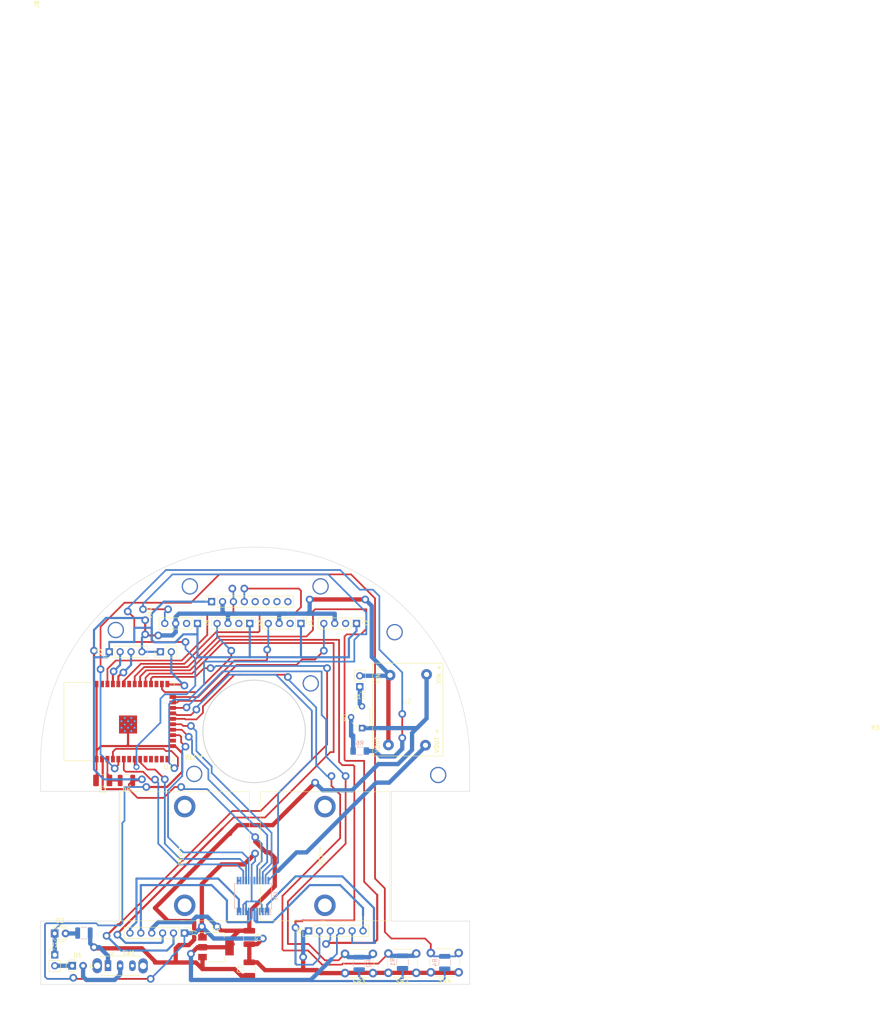
<source format=kicad_pcb>
(kicad_pcb (version 20221018) (generator pcbnew)
  (layers (0 "F.Cu" signal) (31 "B.Cu" signal) (34 "B.Paste" user) (35 "F.Paste" user) (36 "B.SilkS" user "B.Silkscreen") (37 "F.SilkS" user "F.Silkscreen") (38 "B.Mask" user) (39 "F.Mask" user) (44 "Edge.Cuts" user))
  (net 0 "")
  (net 1 "/VIn")
  (net 2 "GND")
  (net 3 "/3.3v")
  (net 4 "Net-(D1-A)")
  (net 5 "Net-(D1-K)")
  (net 6 "/BTN3")
  (net 7 "Net-(D3-A)")
  (net 9 "/SHARP_D")
  (net 11 "/SHARP_I")
  (net 13 "/SHARP_C")
  (net 15 "/CNY70")
  (net 16 "/MA1")
  (net 17 "/MA2")
  (net 18 "/AO1")
  (net 19 "/AO2")
  (net 20 "/MB1")
  (net 21 "/MB2")
  (net 22 "/BO2")
  (net 23 "/BO1")
  (net 24 "/SCL")
  (net 25 "/SDA")
  (net 30 "/BTN1")
  (net 31 "/BTN2")
  (net 33 "/EN")
  (net 34 "/RX")
  (net 35 "/TX")
  (net 37 "Net-(Q1-B)")
  (net 44 "/P0")
  (net 47 "/PWMB")
  (net 48 "/PWMA")
  (net 50 "/Vm")
  (net 51 "/INA2")
  (net 52 "/INA1")
  (net 53 "/INB2")
  (net 54 "/INB1")
  (net 56 "Net-(J11-Pin_1)")
  (net 57 "/Turbina")
  (footprint "Connector_PinHeader_2.54mm:PinHeader_1x04_P2.54mm_Vertical" (layer "F.Cu") (at 188.214 43.434 -90)
    (fp_text reference "J4")
    (fp_text value "Conn_01x04_Male")
  )
  (footprint "RF_Module:ESP32-WROOM-32" (layer "F.Cu") (at 148.799 66.294 90)
    (fp_text reference "U1")
    (fp_text value "ESP32-WROOM-32")
  )
  (footprint "propios:MotorHolder" (layer "F.Cu") (at 150.114 97.602134 90)
    (fp_text reference "REF**")
    (fp_text value "MotorHolder")
  )
  (footprint "Connector_PinHeader_2.54mm:PinHeader_1x02_P2.54mm_Vertical" (layer "F.Cu") (at 201.93 58.166 180)
    (fp_text reference "J11")
    (fp_text value "Conn_01x02_Pin")
  )
  (footprint "" (layer "F.Cu") (at 210.058 45.466)
    (fp_text reference "")
    (fp_text value "")
  )
  (footprint "Package_TO_SOT_THT:TO-92_Wide" (layer "F.Cu") (at 202.446 67.818 90)
    (fp_text reference "Q1")
    (fp_text value "BC547")
  )
  (footprint "Connector_PinHeader_2.54mm:PinHeader_1x06_P2.54mm_Vertical" (layer "F.Cu") (at 161.036 115.57 -90)
    (fp_text reference "J7")
    (fp_text value "Conn_01x06_Female")
  )
  (footprint "" (layer "F.Cu") (at 220.218 78.74)
    (fp_text reference "")
    (fp_text value "")
  )
  (footprint "Connector_PinHeader_2.54mm:PinHeader_1x04_P2.54mm_Vertical" (layer "F.Cu") (at 164.084 43.434 -90)
    (fp_text reference "J5")
    (fp_text value "Conn_01x04_Male")
  )
  (footprint "Button_Switch_THT:SW_Slide_1P2T_CK_OS102011MS2Q" (layer "F.Cu") (at 144.05 123.19)
    (fp_text reference "SW1")
    (fp_text value "SW_DPDT_x2")
  )
  (footprint "propios:Sx1308" (layer "F.Cu") (at 212.905 62.0895)
    (fp_text reference "U2")
    (fp_text value "Mt3608")
  )
  (footprint "" (layer "F.Cu") (at 162.306 34.798)
    (fp_text reference "")
    (fp_text value "")
  )
  (footprint "Capacitor_SMD:C_1210_3225Metric_Pad1.33x2.70mm_HandSolder" (layer "F.Cu") (at 141.986 80.01 180)
    (fp_text reference "C3")
    (fp_text value "1uf")
  )
  (footprint "Button_Switch_THT:SW_PUSH_6mm" (layer "F.Cu") (at 204.9875 124.896 180)
    (fp_text reference "SW3")
    (fp_text value "SW_Push")
  )
  (footprint "MountingHole:MountingHole_3.2mm_M3_DIN965_Pad" (layer "F.Cu") (at 163.322 78.486)
    (fp_text reference "REF**")
    (fp_text value "MountingHole_3.2mm_M3_DIN965_Pad")
  )
  (footprint "Capacitor_SMD:C_1210_3225Metric_Pad1.33x2.70mm_HandSolder" (layer "F.Cu") (at 176.174 123.952 90)
    (fp_text reference "C1")
    (fp_text value "C_Polarized")
  )
  (footprint "Button_Switch_THT:SW_PUSH_6mm" (layer "F.Cu") (at 215.0955 124.8345 180)
    (fp_text reference "SW2")
    (fp_text value "SW_Push")
  )
  (footprint "LED_THT:LED_D3.0mm" (layer "F.Cu") (at 130.7795 115.656)
    (fp_text reference "D3")
    (fp_text value "LED")
  )
  (footprint "Connector_PinHeader_2.54mm:PinHeader_1x02_P2.54mm_Vertical" (layer "F.Cu") (at 130.81 120.65)
    (fp_text reference "J1")
    (fp_text value "Conn_01x02_Male")
  )
  (footprint "Connector_PinHeader_2.54mm:PinHeader_1x06_P2.54mm_Vertical" (layer "F.Cu") (at 189.992 115.062 90)
    (fp_text reference "J6")
    (fp_text value "Conn_01x06_Female")
  )
  (footprint "Package_TO_SOT_SMD:SOT-223-3_TabPin2" (layer "F.Cu") (at 168.402 118.872)
    (fp_text reference "U3")
    (fp_text value "AMS1117-3.3")
  )
  (footprint "Capacitor_SMD:C_1210_3225Metric_Pad1.33x2.70mm_HandSolder" (layer "F.Cu") (at 176.174 116.586 -90)
    (fp_text reference "C2")
    (fp_text value "C_Polarized")
  )
  (footprint "Connector_PinSocket_2.54mm:PinSocket_1x08_P2.54mm_Vertical" (layer "F.Cu") (at 167.386 38.354 90)
    (fp_text reference "J8")
    (fp_text value "Conn_01x08_Female")
  )
  (footprint "Diode_THT:D_A-405_P2.54mm_Vertical_AnodeUp" (layer "F.Cu") (at 134.874 123.19)
    (fp_text reference "D1")
    (fp_text value "type=\"D\" model=\"DIODE\" lib=\"\"")
  )
  (footprint "propios:MotorHolder" (layer "F.Cu") (at 182.812 97.606 90)
    (fp_text reference "REF**")
    (fp_text value "MotorHolder")
  )
  (footprint "" (layer "F.Cu") (at 145.034 44.958)
    (fp_text reference "")
    (fp_text value "")
  )
  (footprint "Button_Switch_THT:SW_PUSH_6mm" (layer "F.Cu") (at 224.992 124.708 180)
    (fp_text reference "SW4")
    (fp_text value "SW_Push")
  )
  (footprint "Connector_PinHeader_2.54mm:PinHeader_1x02_P2.54mm_Vertical" (layer "F.Cu") (at 155.443 50.038 90)
    (fp_text reference "J10")
    (fp_text value "Conn_01x02_Pin")
  )
  (footprint "Connector_PinHeader_2.54mm:PinHeader_1x04_P2.54mm_Vertical" (layer "F.Cu") (at 143.51 50.038 90)
    (fp_text reference "J9")
    (fp_text value "Conn_01x04_Pin")
  )
  (footprint "" (layer "F.Cu") (at 192.786 34.798)
    (fp_text reference "")
    (fp_text value "")
  )
  (footprint "" (layer "F.Cu") (at 190.5 57.404)
    (fp_text reference "")
    (fp_text value "")
  )
  (footprint "Connector_PinHeader_2.54mm:PinHeader_1x04_P2.54mm_Vertical" (layer "F.Cu") (at 176.276 43.434 -90)
    (fp_text reference "J3")
    (fp_text value "Conn_01x04_Male")
  )
  (footprint "Resistor_SMD:R_1210_3225Metric" (layer "F.Cu") (at 147.5125 80.01 180)
    (fp_text reference "R5")
    (fp_text value "10k")
  )
  (footprint "Connector_PinHeader_2.54mm:PinHeader_1x04_P2.54mm_Vertical" (layer "F.Cu") (at 201.168 43.434 -90)
    (fp_text reference "J2")
    (fp_text value "Conn_01x04_Male")
  )
  (footprint "Resistor_SMD:R_1210_3225Metric" (layer "B.Cu") (at 137.6065 115.57)
    (fp_text reference "R3")
    (fp_text value "R")
  )
  (footprint "Resistor_SMD:R_1206_3216Metric_Pad1.30x1.75mm_HandSolder" (layer "B.Cu") (at 201.93 73.152 180)
    (fp_text reference "R6")
    (fp_text value "4.7k")
  )
  (footprint "Resistor_SMD:R_1210_3225Metric" (layer "B.Cu") (at 211.8975 122.3305 -90)
    (fp_text reference "R1")
    (fp_text value "R")
  )
  (footprint "Resistor_SMD:R_1210_3225Metric" (layer "B.Cu") (at 221.742 122.458 -90)
    (fp_text reference "R4")
    (fp_text value "R")
  )
  (footprint "Package_SO:SSOP-24_5.3x8.2mm_P0.65mm" (layer "B.Cu") (at 177.038 106.934 90)
    (fp_text reference "U4")
    (fp_text value "TB6612FNG")
  )
  (footprint "Resistor_SMD:R_1210_3225Metric" (layer "B.Cu") (at 201.7895 122.646 90)
    (fp_text reference "R2")
    (fp_text value "R")
  )
  (gr_circle (center 177.292 68.58) (end 189.236078 68.58) (stroke (width 0.2)) (fill none) (layer "Edge.Cuts"))
  (gr_arc (start 127.508 75.693134) (mid 177.546 25.655134) (end 227.584 75.693134) (stroke (width 0.1)) (layer "Edge.Cuts"))
  (gr_line (start 145.796 82.55) (end 127.508 82.55) (stroke (width 0.1)) (layer "Edge.Cuts"))
  (gr_line (start 227.584 82.55) (end 209.296 82.55) (stroke (width 0.1)) (layer "Edge.Cuts"))
  (gr_line (start 127.508 112.776) (end 145.796 112.776) (stroke (width 0.1)) (layer "Edge.Cuts"))
  (gr_line (start 209.296 82.55) (end 209.296 112.776) (stroke (width 0.1)) (layer "Edge.Cuts"))
  (gr_line (start 127.508 82.55) (end 127.508 75.693134) (stroke (width 0.1)) (layer "Edge.Cuts"))
  (gr_line (start 127.508 127.508) (end 227.584 127.508) (stroke (width 0.1)) (layer "Edge.Cuts"))
  (gr_line (start 227.584 82.55) (end 227.584 75.693134) (stroke (width 0.1)) (layer "Edge.Cuts"))
  (gr_line (start 127.508 112.776) (end 127.508 127.508) (stroke (width 0.1)) (layer "Edge.Cuts"))
  (gr_line (start 145.796 112.776) (end 145.796 82.55) (stroke (width 0.1)) (layer "Edge.Cuts"))
  (gr_line (start 227.584 127.508) (end 227.584 112.776) (stroke (width 0.1)) (layer "Edge.Cuts"))
  (gr_line (start 209.296 112.776) (end 227.584 112.776) (stroke (width 0.1)) (layer "Edge.Cuts"))
  (segment (start 159.766 118.364) (end 162.052 118.364) (width 1) (layer "F.Cu") (net 1))
  (segment (start 165.252 123.952) (end 172.72 123.952) (width 1) (layer "F.Cu") (net 1))
  (segment (start 163.322 113.03) (end 163.068 112.776) (width 1) (layer "F.Cu") (net 1))
  (segment (start 159.004 122.428) (end 163.728 122.428) (width 1) (layer "F.Cu") (net 1))
  (segment (start 139.954 118.872) (end 140.208 119.126) (width 1) (layer "F.Cu") (net 1))
  (segment (start 154.178 122.428) (end 159.004 122.428) (width 1) (layer "F.Cu") (net 1))
  (segment (start 163.728 122.428) (end 165.252 123.952) (width 1) (layer "F.Cu") (net 1))
  (segment (start 163.322 117.094) (end 163.322 113.03) (width 1) (layer "F.Cu") (net 1))
  (segment (start 171.45 92.456) (end 171.704 92.456) (width 1) (layer "F.Cu") (net 1))
  (segment (start 162.052 118.364) (end 163.322 117.094) (width 1) (layer "F.Cu") (net 1))
  (segment (start 173.482 90.424) (end 171.45 92.456) (width 1) (layer "F.Cu") (net 1))
  (segment (start 176.174 125.5145) (end 174.2825 125.5145) (width 1) (layer "F.Cu") (net 1))
  (segment (start 154.178 122.174) (end 154.178 122.428) (width 1) (layer "F.Cu") (net 1))
  (segment (start 157.226 112.776) (end 154.178 109.728) (width 1) (layer "F.Cu") (net 1))
  (segment (start 163.068 112.776) (end 157.226 112.776) (width 1) (layer "F.Cu") (net 1))
  (segment (start 154.178 109.728) (end 171.45 92.456) (width 1) (layer "F.Cu") (net 1))
  (segment (start 165.252 123.952) (end 165.252 121.172) (width 1) (layer "F.Cu") (net 1))
  (segment (start 174.2825 125.5145) (end 172.72 123.952) (width 1) (layer "F.Cu") (net 1))
  (segment (start 159.004 122.428) (end 159.004 119.126) (width 1) (layer "F.Cu") (net 1))
  (segment (start 181.61 90.424) (end 173.482 90.424) (width 1) (layer "F.Cu") (net 1))
  (segment (start 159.004 119.126) (end 159.766 118.364) (width 1) (layer "F.Cu") (net 1))
  (segment (start 140.208 119.126) (end 151.13 119.126) (width 1) (layer "F.Cu") (net 1))
  (segment (start 191.516 80.518) (end 181.61 90.424) (width 1) (layer "F.Cu") (net 1))
  (segment (start 151.13 119.126) (end 154.178 122.174) (width 1) (layer "F.Cu") (net 1))
  (via (at 139.954 118.872) (size 1.8) (drill 1) (layers "F.Cu" "B.Cu") (net 1))
  (via (at 191.516 80.518) (size 1.8) (drill 1) (layers "F.Cu" "B.Cu") (net 1))
  (segment (start 210.82 76.2) (end 214.122 72.898) (width 1) (layer "B.Cu") (net 1))
  (segment (start 215.245 67.838) (end 215.8365 67.2465) (width 1) (layer "B.Cu") (net 1))
  (segment (start 215.265 67.818) (end 215.8365 67.2465) (width 1) (layer "B.Cu") (net 1))
  (segment (start 200.152 82.296) (end 206.248 76.2) (width 1) (layer "B.Cu") (net 1))
  (segment (start 215.8365 67.2465) (end 216.7255 66.3575) (width 1) (layer "B.Cu") (net 1))
  (segment (start 216.7255 66.3575) (end 217.507 65.576) (width 1) (layer "B.Cu") (net 1))
  (segment (start 214.122 68.961) (end 216.7255 66.3575) (width 1) (layer "B.Cu") (net 1))
  (segment (start 143.21 123.17) (end 143.21 120.858) (width 1) (layer "B.Cu") (net 1))
  (segment (start 139.069 117.987) (end 139.069 115.57) (width 1) (layer "B.Cu") (net 1))
  (segment (start 141.224 118.872) (end 139.954 118.872) (width 1) (layer "B.Cu") (net 1))
  (segment (start 214.122 72.898) (end 214.122 68.961) (width 1) (layer "B.Cu") (net 1))
  (segment (start 202.446 67.818) (end 215.265 67.818) (width 1) (layer "B.Cu") (net 1))
  (segment (start 206.248 76.2) (end 210.82 76.2) (width 1) (layer "B.Cu") (net 1))
  (segment (start 193.294 82.296) (end 200.152 82.296) (width 1) (layer "B.Cu") (net 1))
  (segment (start 191.516 80.518) (end 193.294 82.296) (width 1) (layer "B.Cu") (net 1))
  (segment (start 139.954 118.872) (end 139.069 117.987) (width 1) (layer "B.Cu") (net 1))
  (segment (start 143.21 120.858) (end 141.224 118.872) (width 1) (layer "B.Cu") (net 1))
  (segment (start 217.507 65.576) (end 217.507 55.3195) (width 1) (layer "B.Cu") (net 1))
  (segment (start 158.309 72.004) (end 147.574 72.004) (width 0.5) (layer "F.Cu") (net 2))
  (segment (start 174.976114 99.568) (end 169.672 99.568) (width 1) (layer "F.Cu") (net 2))
  (segment (start 140.549 73.406) (end 140.549 75.044) (width 0.5) (layer "F.Cu") (net 2))
  (segment (start 203.2 37.846) (end 190.246 37.846) (width 1) (layer "F.Cu") (net 2))
  (segment (start 139.954 49.784) (end 139.954 56.949) (width 0.5) (layer "F.Cu") (net 2))
  (segment (start 179.832 124.206) (end 192.024 124.206) (width 1) (layer "F.Cu") (net 2))
  (segment (start 140.549 79.8845) (end 140.549 75.044) (width 0.4) (layer "F.Cu") (net 2))
  (segment (start 165.1 104.14) (end 165.1 114.046) (width 1) (layer "F.Cu") (net 2))
  (segment (start 208.607 71.7395) (end 208.607 55.8795) (width 1) (layer "F.Cu") (net 2))
  (segment (start 140.549 73.065) (end 140.549 73.406) (width 0.5) (layer "F.Cu") (net 2))
  (segment (start 147.889 71.689) (end 147.889 68.499) (width 0.5) (layer "F.Cu") (net 2))
  (segment (start 147.574 72.004) (end 147.889 71.689) (width 0.5) (layer "F.Cu") (net 2))
  (segment (start 152.146 81.534) (end 156.972 81.534) (width 0.5) (layer "F.Cu") (net 2))
  (segment (start 188.722 121.158) (end 188.722 124.206) (width 1) (layer "F.Cu") (net 2))
  (segment (start 208.607 55.8795) (end 208.987 55.4995) (width 1) (layer "F.Cu") (net 2))
  (segment (start 215.0955 124.8345) (end 198.549 124.8345) (width 1) (layer "F.Cu") (net 2))
  (segment (start 177.516114 97.028) (end 174.976114 99.568) (width 1) (layer "F.Cu") (net 2))
  (segment (start 151.892 45.974) (end 152.146 46.228) (width 0.5) (layer "F.Cu") (net 2))
  (segment (start 176.174 122.3895) (end 176.174 120.396) (width 1) (layer "F.Cu") (net 2))
  (segment (start 165.1 116.42) (end 165.252 116.572) (width 1) (layer "F.Cu") (net 2))
  (segment (start 169.672 99.568) (end 165.1 104.14) (width 1) (layer "F.Cu") (net 2))
  (segment (start 135.382 126.238) (end 135.128 125.984) (width 0.4) (layer "F.Cu") (net 2))
  (segment (start 153.162 126.238) (end 135.382 126.238) (width 0.4) (layer "F.Cu") (net 2))
  (segment (start 140.4235 80.01) (end 140.549 79.8845) (width 0.4) (layer "F.Cu") (net 2))
  (segment (start 160.528 77.978) (end 160.528 73.66) (width 0.5) (layer "F.Cu") (net 2))
  (segment (start 215.0955 124.8345) (end 224.8655 124.8345) (width 1) (layer "F.Cu") (net 2))
  (segment (start 192.714 124.896) (end 192.024 124.206) (width 1) (layer "F.Cu") (net 2))
  (segment (start 188.722 124.206) (end 192.024 124.206) (width 1) (layer "F.Cu") (net 2))
  (segment (start 154.94 46.228) (end 153.416 46.228) (width 0.5) (layer "F.Cu") (net 2))
  (segment (start 156.972 81.534) (end 160.528 77.978) (width 0.5) (layer "F.Cu") (net 2))
  (segment (start 176.174 118.1485) (end 178.0155 118.1485) (width 1) (layer "F.Cu") (net 2))
  (segment (start 224.8655 124.8345) (end 224.992 124.708) (width 1) (layer "F.Cu") (net 2))
  (segment (start 140.549 57.544) (end 140.549 73.406) (width 0.5) (layer "F.Cu") (net 2))
  (segment (start 178.0155 118.1485) (end 179.324 116.84) (width 1) (layer "F.Cu") (net 2))
  (segment (start 147.574 72.004) (end 141.61 72.004) (width 0.5) (layer "F.Cu") (net 2))
  (segment (start 140.4235 79.502) (end 140.549 79.3765) (width 0.4) (layer "F.Cu") (net 2))
  (segment (start 198.549 124.8345) (end 198.4875 124.896) (width 1) (layer "F.Cu") (net 2))
  (segment (start 158.872 72.004) (end 158.309 72.004) (width 0.5) (layer "F.Cu") (net 2))
  (segment (start 160.528 73.66) (end 158.872 72.004) (width 0.5) (layer "F.Cu") (net 2))
  (segment (start 151.892 42.672) (end 151.892 45.974) (width 0.5) (layer "F.Cu") (net 2))
  (segment (start 152.146 46.228) (end 153.67 46.228) (width 0.5) (layer "F.Cu") (net 2))
  (segment (start 165.1 114.046) (end 165.1 116.42) (width 1) (layer "F.Cu") (net 2))
  (segment (start 198.4875 124.896) (end 192.714 124.896) (width 1) (layer "F.Cu") (net 2))
  (segment (start 140.549 78.8685) (end 140.4235 78.994) (width 0.5) (layer "F.Cu") (net 2))
  (segment (start 139.954 56.949) (end 140.549 57.544) (width 0.5) (layer "F.Cu") (net 2))
  (segment (start 178.0155 122.3895) (end 179.832 124.206) (width 1) (layer "F.Cu") (net 2))
  (segment (start 176.174 122.3895) (end 178.0155 122.3895) (width 1) (layer "F.Cu") (net 2))
  (segment (start 141.61 72.004) (end 140.549 73.065) (width 0.5) (layer "F.Cu") (net 2))
  (segment (start 176.174 120.396) (end 176.174 118.1485) (width 1) (layer "F.Cu") (net 2))
  (via (at 203.2 37.846) (size 1.8) (drill 1) (layers "F.Cu" "B.Cu") (net 2))
  (via (at 151.892 45.974) (size 1.8) (drill 1) (layers "F.Cu" "B.Cu") (net 2))
  (via (at 190.246 37.846) (size 1.8) (drill 1) (layers "F.Cu" "B.Cu") (net 2))
  (via (at 139.954 49.784) (size 1.8) (drill 1) (layers "F.Cu" "B.Cu") (net 2))
  (via (at 177.516114 97.028) (size 1.8) (drill 1) (layers "F.Cu" "B.Cu") (net 2))
  (via (at 154.94 46.228) (size 1.8) (drill 1) (layers "F.Cu" "B.Cu") (net 2))
  (via (at 165.1 114.046) (size 1.8) (drill 1) (layers "F.Cu" "B.Cu") (net 2))
  (via (at 152.146 81.534) (size 1.8) (drill 1) (layers "F.Cu" "B.Cu") (net 2))
  (via (at 188.722 121.158) (size 1.8) (drill 1) (layers "F.Cu" "B.Cu") (net 2))
  (via (at 153.162 126.238) (size 1.8) (drill 1) (layers "F.Cu" "B.Cu") (net 2))
  (via (at 151.892 42.672) (size 1.8) (drill 1) (layers "F.Cu" "B.Cu") (net 2))
  (via (at 135.128 125.984) (size 1.8) (drill 1) (layers "F.Cu" "B.Cu") (net 2))
  (via (at 179.324 116.84) (size 1.8) (drill 1) (layers "F.Cu" "B.Cu") (net 2))
  (segment (start 184.658 41.148) (end 172.974 41.148) (width 1) (layer "B.Cu") (net 2))
  (segment (start 174.763 108.955) (end 174.763 110.534) (width 0.4) (layer "B.Cu") (net 2))
  (segment (start 128.524 113.538) (end 128.524 125.73) (width 0.4) (layer "B.Cu") (net 2))
  (segment (start 176.713 99.639) (end 176.713 103.334) (width 0.4) (layer "B.Cu") (net 2))
  (segment (start 169.926 40.64) (end 169.926 38.354) (width 1) (layer "B.Cu") (net 2))
  (segment (start 139.954 44.958) (end 139.954 49.784) (width 0.5) (layer "B.Cu") (net 2))
  (segment (start 154.94 46.228) (end 158.242 46.228) (width 1) (layer "B.Cu") (net 2))
  (segment (start 147.066 89.408) (end 146.558 89.916) (width 0.4) (layer "B.Cu") (net 2))
  (segment (start 161.036 115.57) (end 163.576 115.57) (width 1) (layer "B.Cu") (net 2))
  (segment (start 130.81 115.6865) (end 130.7795 115.656) (width 1) (layer "B.Cu") (net 2))
  (segment (start 157.988 121.158) (end 161.036 118.11) (width 0.4) (layer "B.Cu") (net 2))
  (segment (start 176.53 108.204) (end 175.514 108.204) (width 0.4) (layer "B.Cu") (net 2))
  (segment (start 129.032 126.238) (end 134.874 126.238) (width 0.4) (layer "B.Cu") (net 2))
  (segment (start 179.07 110.534) (end 179.07 108.966) (width 0.4) (layer "B.Cu") (net 2))
  (segment (start 146.05 113.792) (end 140.97 113.792) (width 0.4) (layer "B.Cu") (net 2))
  (segment (start 190.754 41.148) (end 184.658 41.148) (width 1) (layer "B.Cu") (net 2))
  (segment (start 151.13 50.038) (end 151.13 46.736) (width 0.5) (layer "B.Cu") (net 2))
  (segment (start 190.754 41.148) (end 196.088 41.148) (width 1) (layer "B.Cu") (net 2))
  (segment (start 188.722 121.158) (end 188.722 115.316) (width 1) (layer "B.Cu") (net 2))
  (segment (start 175.26 108.458) (end 174.763 108.955) (width 0.4) (layer "B.Cu") (net 2))
  (segment (start 163.576 115.57) (end 165.1 114.046) (width 1) (layer "B.Cu") (net 2))
  (segment (start 190.246 37.846) (end 190.246 40.64) (width 1) (layer "B.Cu") (net 2))
  (segment (start 189.738 41.148) (end 190.754 41.148) (width 1) (layer "B.Cu") (net 2))
  (segment (start 190.246 40.64) (end 189.738 41.148) (width 1) (layer "B.Cu") (net 2))
  (segment (start 179.07 108.966) (end 178.308 108.204) (width 0.4) (layer "B.Cu") (net 2))
  (segment (start 151.384 42.164) (end 142.748 42.164) (width 0.5) (layer "B.Cu") (net 2))
  (segment (start 203.2 37.846) (end 204.724 39.37) (width 1) (layer "B.Cu") (net 2))
  (segment (start 152.146 81.534) (end 147.066 81.534) (width 0.4) (layer "B.Cu") (net 2))
  (segment (start 178.308 108.204) (end 176.53 108.204) (width 0.4) (layer "B.Cu") (net 2))
  (segment (start 153.162 126.238) (end 157.988 121.412) (width 0.4) (layer "B.Cu") (net 2))
  (segment (start 183.134 41.148) (end 183.134 40.894) (width 0.5) (layer "B.Cu") (net 2))
  (segment (start 208.8605 55.626) (end 208.987 55.4995) (width 1) (layer "B.Cu") (net 2))
  (segment (start 128.778 113.284) (end 128.524 113.538) (width 0.4) (layer "B.Cu") (net 2))
  (segment (start 170.434 41.148) (end 169.926 40.64) (width 1) (layer "B.Cu") (net 2))
  (segment (start 158.242 46.228) (end 159.004 45.466) (width 1) (layer "B.Cu") (net 2))
  (segment (start 189.738 115.316) (end 189.992 115.062) (width 1) (layer "B.Cu") (net 2))
  (segment (start 172.974 41.148) (end 159.766 41.148) (width 1) (layer "B.Cu") (net 2))
  (segment (start 175.413 108.611) (end 175.26 108.458) (width 0.4) (layer "B.Cu") (net 2))
  (segment (start 159.766 41.148) (end 159.004 41.91) (width 1) (layer "B.Cu") (net 2))
  (segment (start 175.514 108.204) (end 175.26 108.458) (width 0.4) (layer "B.Cu") (net 2))
  (segment (start 188.722 115.316) (end 189.738 115.316) (width 1) (layer "B.Cu") (net 2))
  (segment (start 147.066 81.534) (end 147.066 89.408) (width 0.4) (layer "B.Cu") (net 2))
  (segment (start 128.524 125.73) (end 129.032 126.238) (width 0.4) (layer "B.Cu") (net 2))
  (segment (start 157.988 121.412) (end 157.988 121.158) (width 0.4) (layer "B.Cu") (net 2))
  (segment (start 171.958 41.148) (end 170.434 41.148) (width 1) (layer "B.Cu") (net 2))
  (segment (start 134.62 113.284) (end 132.334 113.284) (width 0.4) (layer "B.Cu") (net 2))
  (segment (start 151.892 42.672) (end 151.384 42.164) (width 0.5) (layer "B.Cu") (net 2))
  (segment (start 176.713 108.021) (end 176.53 108.204) (width 0.4) (layer "B.Cu") (net 2))
  (segment (start 167.894 116.84) (end 165.1 114.046) (width 1) (layer "B.Cu") (net 2))
  (segment (start 159.004 41.91) (end 159.004 43.434) (width 1) (layer "B.Cu") (net 2))
  (segment (start 183.134 43.434) (end 183.134 41.148) (width 1) (layer "B.Cu") (net 2))
  (segment (start 159.004 45.466) (end 159.004 43.434) (width 1) (layer "B.Cu") (net 2))
  (segment (start 146.558 89.916) (end 146.558 113.284) (width 0.4) (layer "B.Cu") (net 2))
  (segment (start 179.313 110.534) (end 179.07 110.534) (width 0.4) (layer "B.Cu") (net 2))
  (segment (start 146.558 113.284) (end 146.05 113.792) (width 0.4) (layer "B.Cu") (net 2))
  (segment (start 171.45 41.148) (end 171.196 41.402) (width 1) (layer "B.Cu") (net 2))
  (segment (start 204.724 39.37) (end 204.724 51.2365) (width 1) (layer "B.Cu") (net 2))
  (segment (start 155.443 50.038) (end 151.13 50.038) (width 0.5) (layer "B.Cu") (net 2))
  (segment (start 134.62 113.284) (end 128.778 113.284) (width 0.4) (layer "B.Cu") (net 2))
  (segment (start 130.81 120.65) (end 130.81 115.6865) (width 1) (layer "B.Cu") (net 2))
  (segment (start 179.07 110.534) (end 178.663 110.534) (width 0.4) (layer "B.Cu") (net 2))
  (segment (start 196.088 41.148) (end 196.088 43.434) (width 1) (layer "B.Cu") (net 2))
  (segment (start 140.97 113.792) (end 140.462 113.284) (width 0.4) (layer "B.Cu") (net 2))
  (segment (start 132.334 113.284) (end 130.7795 114.8385) (width 0.4) (layer "B.Cu") (net 2))
  (segment (start 134.874 126.238) (end 135.128 125.984) (width 0.4) (layer "B.Cu") (net 2))
  (segment (start 175.413 110.534) (end 175.413 108.611) (width 0.4) (layer "B.Cu") (net 2))
  (segment (start 151.13 46.736) (end 151.892 45.974) (width 0.5) (layer "B.Cu") (net 2))
  (segment (start 172.974 41.148) (end 171.958 41.148) (width 1) (layer "B.Cu") (net 2))
  (segment (start 177.516114 97.028) (end 177.546 97.057886) (width 0.4) (layer "B.Cu") (net 2))
  (segment (start 201.93 55.626) (end 208.8605 55.626) (width 1) (layer "B.Cu") (net 2))
  (segment (start 171.958 41.148) (end 171.45 41.148) (width 1) (layer "B.Cu") (net 2))
  (segment (start 177.546 98.806) (end 176.713 99.639) (width 0.4) (layer "B.Cu") (net 2))
  (segment (start 171.196 41.402) (end 171.196 43.434) (width 1) (layer "B.Cu") (net 2))
  (segment (start 161.036 118.11) (end 161.036 115.57) (width 0.4) (layer "B.Cu") (net 2))
  (segment (start 130.7795 114.8385) (end 130.7795 115.656) (width 0.4) (layer "B.Cu") (net 2))
  (segment (start 204.724 51.2365) (end 208.987 55.4995) (width 1) (layer "B.Cu") (net 2))
  (segment (start 142.748 42.164) (end 139.954 44.958) (width 0.5) (layer "B.Cu") (net 2))
  (segment (start 177.546 97.057886) (end 177.546 98.806) (width 0.4) (layer "B.Cu") (net 2))
  (segment (start 140.462 113.284) (end 134.62 113.284) (width 0.4) (layer "B.Cu") (net 2))
  (segment (start 184.658 41.148) (end 183.134 41.148) (width 1) (layer "B.Cu") (net 2))
  (segment (start 176.713 103.334) (end 176.713 108.021) (width 0.4) (layer "B.Cu") (net 2))
  (segment (start 179.324 116.84) (end 167.894 116.84) (width 1) (layer "B.Cu") (net 2))
  (segment (start 156.21 84.074) (end 150.114 84.074) (width 0.4) (layer "F.Cu") (net 3))
  (segment (start 173.7745 115.0235) (end 176.174 115.0235) (width 1) (layer "F.Cu") (net 3))
  (segment (start 148.082 80.903) (end 148.975 80.01) (width 0.4) (layer "F.Cu") (net 3))
  (segment (start 141.986 75.211) (end 141.819 75.044) (width 0.5) (layer "F.Cu") (net 3))
  (segment (start 171.552 118.872) (end 171.552 117.246) (width 1) (layer "F.Cu") (net 3))
  (segment (start 169.6335 115.0235) (end 168.656 114.046) (width 1) (layer "F.Cu") (net 3))
  (segment (start 166.37 118.872) (end 171.552 118.872) (width 1) (layer "F.Cu") (net 3))
  (segment (start 166.37 118.872) (end 164.084 118.872) (width 1) (layer "F.Cu") (net 3))
  (segment (start 148.082 82.042) (end 141.986 82.042) (width 0.5) (layer "F.Cu") (net 3))
  (segment (start 150.114 84.074) (end 148.082 82.042) (width 0.4) (layer "F.Cu") (net 3))
  (segment (start 182.118 104.648) (end 176.174 110.592) (width 1) (layer "F.Cu") (net 3))
  (segment (start 149.229 79.756) (end 148.975 79.502) (width 0.5) (layer "F.Cu") (net 3))
  (segment (start 176.174 110.592) (end 176.174 115.0235) (width 1) (layer "F.Cu") (net 3))
  (segment (start 176.174 115.0235) (end 169.6335 115.0235) (width 1) (layer "F.Cu") (net 3))
  (segment (start 148.082 82.042) (end 148.082 80.903) (width 0.4) (layer "F.Cu") (net 3))
  (segment (start 177.546 94.234) (end 180.086 96.774) (width 1) (layer "F.Cu") (net 3))
  (segment (start 165.252 118.872) (end 166.37 118.872) (width 1) (layer "F.Cu") (net 3))
  (segment (start 158.75 81.534) (end 156.21 84.074) (width 0.4) (layer "F.Cu") (net 3))
  (segment (start 164.084 118.872) (end 162.56 120.396) (width 1) (layer "F.Cu") (net 3))
  (segment (start 150.876 80.01) (end 151.13 79.756) (width 0.4) (layer "F.Cu") (net 3))
  (segment (start 160.274 81.534) (end 158.75 81.534) (width 0.4) (layer "F.Cu") (net 3))
  (segment (start 171.552 117.246) (end 173.7745 115.0235) (width 1) (layer "F.Cu") (net 3))
  (segment (start 180.848 96.774) (end 182.118 98.044) (width 1) (layer "F.Cu") (net 3))
  (segment (start 177.546 93.218) (end 177.546 94.234) (width 0.4) (layer "F.Cu") (net 3))
  (segment (start 141.986 82.042) (end 141.986 75.211) (width 0.5) (layer "F.Cu") (net 3))
  (segment (start 148.975 80.01) (end 150.876 80.01) (width 0.4) (layer "F.Cu") (net 3))
  (segment (start 172.2755 118.1485) (end 171.552 118.872) (width 1) (layer "F.Cu") (net 3))
  (segment (start 180.086 96.774) (end 180.848 96.774) (width 1) (layer "F.Cu") (net 3))
  (segment (start 182.118 98.044) (end 182.118 104.648) (width 1) (layer "F.Cu") (net 3))
  (via (at 168.656 114.046) (size 1.8) (drill 1) (layers "F.Cu" "B.Cu") (net 3))
  (via (at 162.56 120.396) (size 1.8) (drill 1) (layers "F.Cu" "B.Cu") (net 3))
  (via (at 151.13 79.756) (size 1.8) (drill 1) (layers "F.Cu" "B.Cu") (net 3))
  (via (at 160.274 81.534) (size 1.8) (drill 1) (layers "F.Cu" "B.Cu") (net 3))
  (via (at 177.546 93.218) (size 1.8) (drill 1) (layers "F.Cu" "B.Cu") (net 3))
  (segment (start 179.07 94.742) (end 179.07 98.806) (width 0.4) (layer "B.Cu") (net 3))
  (segment (start 153.416 47.244) (end 153.416 44.45) (width 0.5) (layer "B.Cu") (net 3))
  (segment (start 197.612 115.062) (end 196.596 116.078) (width 0.4) (layer "B.Cu") (net 3))
  (segment (start 201.168 45.212) (end 199.39 46.99) (width 0.5) (layer "B.Cu") (net 3))
  (segment (start 202.8055 126.746) (end 209.042 126.746) (width 0.5) (layer "B.Cu") (net 3))
  (segment (start 188.214 43.434) (end 188.214 50.038) (width 0.5) (layer "B.Cu") (net 3))
  (segment (start 195.326 121.666) (end 190.5 126.492) (width 1) (layer "B.Cu") (net 3))
  (segment (start 188.214 51.308) (end 176.276 51.308) (width 0.5) (layer "B.Cu") (net 3))
  (segment (start 160.782 45.974) (end 164.084 45.974) (width 0.5) (layer "B.Cu") (net 3))
  (segment (start 158.924 47.832) (end 160.782 45.974) (width 0.5) (layer "B.Cu") (net 3))
  (segment (start 221.742 126.238) (end 221.234 126.746) (width 0.4) (layer "B.Cu") (net 3))
  (segment (start 209.042 126.746) (end 210.9335 126.746) (width 0.5) (layer "B.Cu") (net 3))
  (segment (start 156.21 38.354) (end 153.416 41.148) (width 0.5) (layer "B.Cu") (net 3))
  (segment (start 163.83 111.76) (end 162.56 113.03) (width 1) (layer "B.Cu") (net 3))
  (segment (start 221.234 126.746) (end 209.042 126.746) (width 0.4) (layer "B.Cu") (net 3))
  (segment (start 176.276 51.308) (end 176.276 49.022) (width 0.5) (layer "B.Cu") (net 3))
  (segment (start 196.596 116.078) (end 196.596 120.396) (width 0.4) (layer "B.Cu") (net 3))
  (segment (start 151.13 79.756) (end 142.24 79.756) (width 0.5) (layer "B.Cu") (net 3))
  (segment (start 164.084 51.054) (end 164.084 44.704) (width 0.5) (layer "B.Cu") (net 3))
  (segment (start 149.352 44.45) (end 149.352 47.752) (width 0.5) (layer "B.Cu") (net 3))
  (segment (start 211.9495 125.984) (end 211.9495 123.845) (width 0.5) (layer "B.Cu") (net 3))
  (segment (start 153.416 47.244) (end 154.004 47.832) (width 0.5) (layer "B.Cu") (net 3))
  (segment (start 160.274 81.534) (end 160.782 82.042) (width 0.4) (layer "B.Cu") (net 3))
  (segment (start 178.013 99.863) (end 178.013 103.334) (width 0.4) (layer "B.Cu") (net 3))
  (segment (start 143.002 51.308) (end 143.51 50.8) (width 0.5) (layer "B.Cu") (net 3))
  (segment (start 176.276 49.022) (end 176.276 43.434) (width 0.5) (layer "B.Cu") (net 3))
  (segment (start 211.6955 125.984) (end 211.9495 125.984) (width 0.5) (layer "B.Cu") (net 3))
  (segment (start 188.214 50.038) (end 188.214 51.308) (width 0.5) (layer "B.Cu") (net 3))
  (segment (start 167.386 38.354) (end 156.21 38.354) (width 0.5) (layer "B.Cu") (net 3))
  (segment (start 143.51 50.038) (end 143.51 47.752) (width 0.4) (layer "B.Cu") (net 3))
  (segment (start 190.754 126.746) (end 190.5 126.492) (width 0.5) (layer "B.Cu") (net 3))
  (segment (start 154.004 47.832) (end 158.924 47.832) (width 0.5) (layer "B.Cu") (net 3))
  (segment (start 153.416 114.554) (end 153.416 115.57) (width 1) (layer "B.Cu") (net 3))
  (segment (start 162.56 113.03) (end 154.94 113.03) (width 1) (layer "B.Cu") (net 3))
  (segment (start 176.276 51.308) (end 164.338 51.308) (width 0.5) (layer "B.Cu") (net 3))
  (segment (start 202.8055 126.746) (end 190.754 126.746) (width 0.5) (layer "B.Cu") (net 3))
  (segment (start 177.546 93.218) (end 179.07 94.742) (width 0.4) (layer "B.Cu") (net 3))
  (segment (start 139.954 77.47) (end 139.954 51.308) (width 0.5) (layer "B.Cu") (net 3))
  (segment (start 179.07 98.806) (end 178.013 99.863) (width 0.4) (layer "B.Cu") (net 3))
  (segment (start 168.656 114.046) (end 166.37 111.76) (width 1) (layer "B.Cu") (net 3))
  (segment (start 201.7895 125.73) (end 202.8055 126.746) (width 0.5) (layer "B.Cu") (net 3))
  (segment (start 149.352 47.752) (end 143.51 47.752) (width 0.5) (layer "B.Cu") (net 3))
  (segment (start 164.084 45.974) (end 164.084 44.704) (width 0.5) (layer "B.Cu") (net 3))
  (segment (start 164.084 44.704) (end 164.084 43.434) (width 0.5) (layer "B.Cu") (net 3))
  (segment (start 153.416 41.148) (end 153.416 47.244) (width 0.5) (layer "B.Cu") (net 3))
  (segment (start 196.596 120.396) (end 195.326 121.666) (width 0.4) (layer "B.Cu") (net 3))
  (segment (start 201.168 43.434) (end 201.168 45.212) (width 0.5) (layer "B.Cu") (net 3))
  (segment (start 154.94 113.03) (end 153.416 114.554) (width 1) (layer "B.Cu") (net 3))
  (segment (start 221.742 123.9205) (end 221.742 126.238) (width 0.4) (layer "B.Cu") (net 3))
  (segment (start 139.954 51.308) (end 143.002 51.308) (width 0.5) (layer "B.Cu") (net 3))
  (segment (start 164.338 51.308) (end 164.084 51.054) (width 0.5) (layer "B.Cu") (net 3))
  (segment (start 210.9335 126.746) (end 211.6955 125.984) (width 0.5) (layer "B.Cu") (net 3))
  (segment (start 162.56 120.396) (end 162.56 126.492) (width 1) (layer "B.Cu") (net 3))
  (segment (start 201.7895 124.1085) (end 201.7895 125.73) (width 0.5) (layer "B.Cu") (net 3))
  (segment (start 162.56 126.492) (end 190.5 126.492) (width 1) (layer "B.Cu") (net 3))
  (segment (start 153.416 44.45) (end 149.352 44.45) (width 0.5) (layer "B.Cu") (net 3))
  (segment (start 166.37 82.042) (end 177.546 93.218) (width 0.4) (layer "B.Cu") (net 3))
  (segment (start 142.24 79.756) (end 139.954 77.47) (width 0.5) (layer "B.Cu") (net 3))
  (segment (start 211.9495 123.845) (end 211.8975 123.793) (width 0.5) (layer "B.Cu") (net 3))
  (segment (start 160.782 82.042) (end 166.37 82.042) (width 0.4) (layer "B.Cu") (net 3))
  (segment (start 166.37 111.76) (end 163.83 111.76) (width 1) (layer "B.Cu") (net 3))
  (segment (start 199.39 46.99) (end 199.39 51.308) (width 0.5) (layer "B.Cu") (net 3))
  (segment (start 199.39 51.308) (end 188.214 51.308) (width 0.5) (layer "B.Cu") (net 3))
  (segment (start 130.81 123.19) (end 134.874 123.19) (width 1) (layer "B.Cu") (net 4))
  (segment (start 146.05 125.222) (end 146.05 123.19) (width 1) (layer "B.Cu") (net 5))
  (segment (start 137.414 123.19) (end 137.414 125.73) (width 1) (layer "B.Cu") (net 5))
  (segment (start 144.78 126.492) (end 146.05 125.222) (width 1) (layer "B.Cu") (net 5))
  (segment (start 137.414 125.73) (end 138.176 126.492) (width 1) (layer "B.Cu") (net 5))
  (segment (start 138.176 126.492) (end 144.78 126.492) (width 1) (layer "B.Cu") (net 5))
  (segment (start 217.17 116.84) (end 209.296 116.84) (width 0.4) (layer "F.Cu") (net 6))
  (segment (start 205.486 102.87) (end 205.486 37.592) (width 0.4) (layer "F.Cu") (net 6))
  (segment (start 209.296 116.84) (end 207.772 115.316) (width 0.4) (layer "F.Cu") (net 6))
  (segment (start 145.629 75.044) (end 145.629 76.367) (width 0.4) (layer "F.Cu") (net 6))
  (segment (start 207.772 105.156) (end 205.486 102.87) (width 0.4) (layer "F.Cu") (net 6))
  (segment (start 162.56 38.608) (end 147.066 38.608) (width 0.4) (layer "F.Cu") (net 6))
  (segment (start 169.164 32.004) (end 162.56 38.608) (width 0.4) (layer "F.Cu") (net 6))
  (segment (start 218.492 118.162) (end 217.17 116.84) (width 0.4) (layer "F.Cu") (net 6))
  (segment (start 147.066 38.608) (end 141.478 44.196) (width 0.4) (layer "F.Cu") (net 6))
  (segment (start 207.772 115.316) (end 207.772 105.156) (width 0.4) (layer "F.Cu") (net 6))
  (segment (start 199.898 32.004) (end 169.164 32.004) (width 0.4) (layer "F.Cu") (net 6))
  (segment (start 145.629 76.367) (end 144.78 77.216) (width 0.4) (layer "F.Cu") (net 6))
  (segment (start 205.486 37.592) (end 199.898 32.004) (width 0.4) (layer "F.Cu") (net 6))
  (segment (start 141.478 44.196) (end 141.478 54.102) (width 0.4) (layer "F.Cu") (net 6))
  (segment (start 218.492 120.208) (end 218.492 118.162) (width 0.4) (layer "F.Cu") (net 6))
  (via (at 141.478 54.102) (size 1.8) (drill 1) (layers "F.Cu" "B.Cu") (net 6))
  (via (at 144.78 77.216) (size 1.8) (drill 1) (layers "F.Cu" "B.Cu") (net 6))
  (segment (start 224.2045 120.9955) (end 224.992 120.208) (width 0.4) (layer "B.Cu") (net 6))
  (segment (start 221.742 120.9955) (end 224.2045 120.9955) (width 0.4) (layer "B.Cu") (net 6))
  (segment (start 144.78 77.216) (end 141.478 73.914) (width 0.4) (layer "B.Cu") (net 6))
  (segment (start 141.478 73.914) (end 141.478 54.102) (width 0.4) (layer "B.Cu") (net 6))
  (segment (start 219.2795 120.9955) (end 218.492 120.208) (width 0.4) (layer "B.Cu") (net 6))
  (segment (start 221.742 120.9955) (end 219.2795 120.9955) (width 0.4) (layer "B.Cu") (net 6))
  (segment (start 136.058 115.656) (end 136.144 115.57) (width 1) (layer "B.Cu") (net 7))
  (segment (start 133.3195 115.656) (end 136.058 115.656) (width 1) (layer "B.Cu") (net 7))
  (segment (start 164.846 61.468) (end 159.7335 61.468) (width 0.4) (layer "F.Cu") (net 9))
  (segment (start 188.468 51.816) (end 187.198 53.086) (width 0.4) (layer "F.Cu") (net 9))
  (segment (start 193.548 49.784) (end 191.516 51.816) (width 0.4) (layer "F.Cu") (net 9))
  (segment (start 187.198 53.086) (end 173.228 53.086) (width 0.4) (layer "F.Cu") (net 9))
  (segment (start 191.516 51.816) (end 188.468 51.816) (width 0.4) (layer "F.Cu") (net 9))
  (segment (start 159.3575 61.844) (end 158.309 61.844) (width 0.4) (layer "F.Cu") (net 9))
  (segment (start 159.7335 61.468) (end 159.3575 61.844) (width 0.4) (layer "F.Cu") (net 9))
  (segment (start 173.228 53.086) (end 164.846 61.468) (width 0.4) (layer "F.Cu") (net 9))
  (via (at 193.548 49.784) (size 1.8) (drill 1) (layers "F.Cu" "B.Cu") (net 9))
  (segment (start 193.548 43.434) (end 193.548 49.784) (width 0.4) (layer "B.Cu") (net 9))
  (segment (start 156.464 59.436) (end 155.789 58.761) (width 0.4) (layer "F.Cu") (net 11))
  (segment (start 163.83 59.436) (end 156.464 59.436) (width 0.4) (layer "F.Cu") (net 11))
  (segment (start 171.958 49.784) (end 171.958 51.308) (width 0.4) (layer "F.Cu") (net 11))
  (segment (start 171.958 51.308) (end 163.83 59.436) (width 0.4) (layer "F.Cu") (net 11))
  (segment (start 155.789 58.761) (end 155.789 57.544) (width 0.4) (layer "F.Cu") (net 11))
  (via (at 171.958 49.784) (size 1.8) (drill 1) (layers "F.Cu" "B.Cu") (net 11))
  (segment (start 168.656 43.434) (end 168.656 46.482) (width 0.4) (layer "B.Cu") (net 11))
  (segment (start 168.656 46.482) (end 171.958 49.784) (width 0.4) (layer "B.Cu") (net 11))
  (segment (start 164.216 60.574) (end 158.309 60.574) (width 0.4) (layer "F.Cu") (net 13))
  (segment (start 180.34 51.816) (end 180.086 52.07) (width 0.4) (layer "F.Cu") (net 13))
  (segment (start 172.72 52.07) (end 164.216 60.574) (width 0.4) (layer "F.Cu") (net 13))
  (segment (start 180.34 49.53) (end 180.34 51.816) (width 0.4) (layer "F.Cu") (net 13))
  (segment (start 180.086 52.07) (end 172.72 52.07) (width 0.4) (layer "F.Cu") (net 13))
  (via (at 180.34 49.53) (size 1.8) (drill 1) (layers "F.Cu" "B.Cu") (net 13))
  (segment (start 180.34 49.53) (end 180.594 49.276) (width 0.4) (layer "B.Cu") (net 13))
  (segment (start 180.594 49.276) (end 180.594 43.434) (width 0.4) (layer "B.Cu") (net 13))
  (segment (start 157.988 73.152) (end 156.718 73.152) (width 0.4) (layer "F.Cu") (net 15))
  (segment (start 144.359 73.319) (end 144.359 75.044) (width 0.4) (layer "F.Cu") (net 15))
  (segment (start 158.684759 77.150759) (end 159.069241 77.150759) (width 0.4) (layer "F.Cu") (net 15))
  (segment (start 156.718 73.152) (end 156.22 72.654) (width 0.4) (layer "F.Cu") (net 15))
  (segment (start 159.069241 77.150759) (end 159.512 76.708) (width 0.4) (layer "F.Cu") (net 15))
  (segment (start 156.22 72.654) (end 145.024 72.654) (width 0.4) (layer "F.Cu") (net 15))
  (segment (start 159.512 76.708) (end 159.512 74.676) (width 0.4) (layer "F.Cu") (net 15))
  (segment (start 145.024 72.654) (end 144.359 73.319) (width 0.4) (layer "F.Cu") (net 15))
  (segment (start 157.226 40.132) (end 151.384 40.132) (width 0.4) (layer "F.Cu") (net 15))
  (segment (start 159.512 74.676) (end 157.988 73.152) (width 0.4) (layer "F.Cu") (net 15))
  (via (at 151.384 40.132) (size 1.8) (drill 1) (layers "F.Cu" "B.Cu") (net 15))
  (via (at 158.684759 77.150759) (size 1.8) (drill 1) (layers "F.Cu" "B.Cu") (net 15))
  (via (at 157.226 40.132) (size 1.8) (drill 1) (layers "F.Cu" "B.Cu") (net 15))
  (segment (start 162.052 61.214) (end 165.608 57.658) (width 0.4) (layer "B.Cu") (net 15))
  (segment (start 158.242 32.004) (end 151.384 38.862) (width 0.4) (layer "B.Cu") (net 15))
  (segment (start 156.464 40.894) (end 157.226 40.132) (width 0.4) (layer "B.Cu") (net 15))
  (segment (start 151.384 38.862) (end 151.384 40.132) (width 0.4) (layer "B.Cu") (net 15))
  (segment (start 203.454 45.974) (end 203.454 40.894) (width 0.4) (layer "B.Cu") (net 15))
  (segment (start 156.464 43.434) (end 156.464 40.894) (width 0.4) (layer "B.Cu") (net 15))
  (segment (start 200.66 47.244) (end 201.93 45.974) (width 0.4) (layer "B.Cu") (net 15))
  (segment (start 165.608 52.324) (end 200.66 52.324) (width 0.4) (layer "B.Cu") (net 15))
  (segment (start 194.564 32.004) (end 158.242 32.004) (width 0.4) (layer "B.Cu") (net 15))
  (segment (start 201.93 45.974) (end 203.454 45.974) (width 0.4) (layer "B.Cu") (net 15))
  (segment (start 203.454 40.894) (end 194.564 32.004) (width 0.4) (layer "B.Cu") (net 15))
  (segment (start 165.608 57.658) (end 165.608 52.324) (width 0.4) (layer "B.Cu") (net 15))
  (segment (start 158.496 61.214) (end 162.052 61.214) (width 0.4) (layer "B.Cu") (net 15))
  (segment (start 200.66 52.324) (end 200.66 47.244) (width 0.4) (layer "B.Cu") (net 15))
  (segment (start 157.48 75.946) (end 157.48 62.23) (width 0.4) (layer "B.Cu") (net 15))
  (segment (start 158.684759 77.150759) (end 157.48 75.946) (width 0.4) (layer "B.Cu") (net 15))
  (segment (start 157.48 62.23) (end 158.496 61.214) (width 0.4) (layer "B.Cu") (net 15))
  (segment (start 150.709 55.793) (end 150.709 57.544) (width 0.4) (layer "F.Cu") (net 16))
  (segment (start 197.104 47.244) (end 169.418 47.244) (width 0.4) (layer "F.Cu") (net 16))
  (segment (start 200.406 76.454) (end 197.866 76.454) (width 0.4) (layer "F.Cu") (net 16))
  (segment (start 197.866 76.454) (end 197.104 75.692) (width 0.4) (layer "F.Cu") (net 16))
  (segment (start 186.944 114.3) (end 186.944 112.776) (width 0.5) (layer "F.Cu") (net 16))
  (segment (start 197.104 75.692) (end 197.104 47.244) (width 0.4) (layer "F.Cu") (net 16))
  (segment (start 188.61 112.634) (end 200.66 112.634) (width 0.4) (layer "F.Cu") (net 16))
  (segment (start 169.418 47.244) (end 162.306 54.356) (width 0.4) (layer "F.Cu") (net 16))
  (segment (start 152.146 54.356) (end 150.709 55.793) (width 0.4) (layer "F.Cu") (net 16))
  (segment (start 162.306 54.356) (end 152.146 54.356) (width 0.4) (layer "F.Cu") (net 16))
  (segment (start 188.468 112.776) (end 188.61 112.634) (width 0.5) (layer "F.Cu") (net 16))
  (segment (start 200.66 112.634) (end 200.66 76.708) (width 0.4) (layer "F.Cu") (net 16))
  (segment (start 200.66 76.708) (end 200.406 76.454) (width 0.4) (layer "F.Cu") (net 16))
  (segment (start 186.944 112.776) (end 188.468 112.776) (width 0.5) (layer "F.Cu") (net 16))
  (via (at 186.944 114.3) (size 1.8) (drill 1) (layers "F.Cu" "B.Cu") (net 16))
  (segment (start 192.532 121.412) (end 191.008 122.936) (width 0.4) (layer "B.Cu") (net 16))
  (segment (start 192.532 115.062) (end 192.532 121.412) (width 0.4) (layer "B.Cu") (net 16))
  (segment (start 186.944 122.682) (end 187.198 122.936) (width 0.5) (layer "B.Cu") (net 16))
  (segment (start 191.008 122.936) (end 187.198 122.936) (width 0.4) (layer "B.Cu") (net 16))
  (segment (start 186.944 114.3) (end 186.944 122.682) (width 0.5) (layer "B.Cu") (net 16))
  (segment (start 168.91 46.482) (end 189.484 46.482) (width 0.4) (layer "F.Cu") (net 17))
  (segment (start 202.946 103.632) (end 205.994 106.68) (width 0.4) (layer "F.Cu") (net 17))
  (segment (start 194.31 117.856) (end 205.232 117.856) (width 0.5) (layer "F.Cu") (net 17))
  (segment (start 191.008 44.958) (end 191.008 40.64) (width 0.4) (layer "F.Cu") (net 17))
  (segment (start 149.439 57.544) (end 149.439 55.793) (width 0.4) (layer "F.Cu") (net 17))
  (segment (start 205.994 117.094) (end 205.994 106.68) (width 0.5) (layer "F.Cu") (net 17))
  (segment (start 189.484 46.482) (end 191.008 44.958) (width 0.4) (layer "F.Cu") (net 17))
  (segment (start 161.798 53.594) (end 168.91 46.482) (width 0.4) (layer "F.Cu") (net 17))
  (segment (start 203.454 40.132) (end 203.454 44.704) (width 0.4) (layer "F.Cu") (net 17))
  (segment (start 202.946 75.438) (end 202.946 103.632) (width 0.4) (layer "F.Cu") (net 17))
  (segment (start 202.184 45.974) (end 198.882 45.974) (width 0.4) (layer "F.Cu") (net 17))
  (segment (start 198.374 75.184) (end 198.628 75.438) (width 0.4) (layer "F.Cu") (net 17))
  (segment (start 198.882 45.974) (end 198.374 46.482) (width 0.4) (layer "F.Cu") (net 17))
  (segment (start 151.638 53.594) (end 161.798 53.594) (width 0.4) (layer "F.Cu") (net 17))
  (segment (start 203.454 44.704) (end 202.184 45.974) (width 0.4) (layer "F.Cu") (net 17))
  (segment (start 198.628 75.438) (end 202.946 75.438) (width 0.4) (layer "F.Cu") (net 17))
  (segment (start 205.232 117.856) (end 205.994 117.094) (width 0.5) (layer "F.Cu") (net 17))
  (segment (start 194.056 118.11) (end 194.31 117.856) (width 0.5) (layer "F.Cu") (net 17))
  (segment (start 149.439 55.793) (end 151.638 53.594) (width 0.4) (layer "F.Cu") (net 17))
  (segment (start 191.008 40.64) (end 191.516 40.132) (width 0.4) (layer "F.Cu") (net 17))
  (segment (start 198.374 46.482) (end 198.374 75.184) (width 0.4) (layer "F.Cu") (net 17))
  (segment (start 191.516 40.132) (end 203.454 40.132) (width 0.4) (layer "F.Cu") (net 17))
  (via (at 194.056 118.11) (size 1.8) (drill 1) (layers "F.Cu" "B.Cu") (net 17))
  (segment (start 195.072 117.094) (end 194.056 118.11) (width 0.4) (layer "B.Cu") (net 17))
  (segment (start 195.072 115.062) (end 195.072 117.094) (width 0.4) (layer "B.Cu") (net 17))
  (segment (start 205.232 109.728) (end 197.866 102.362) (width 0.5) (layer "B.Cu") (net 18))
  (segment (start 180.34 110.534) (end 179.988 110.534) (width 0.5) (layer "B.Cu") (net 18))
  (segment (start 205.486 117.856) (end 205.232 117.602) (width 0.5) (layer "B.Cu") (net 18))
  (segment (start 204.978 117.856) (end 205.486 117.856) (width 0.5) (layer "B.Cu") (net 18))
  (segment (start 180.34 108.966) (end 180.34 110.534) (width 0.5) (layer "B.Cu") (net 18))
  (segment (start 205.232 117.602) (end 205.232 109.728) (width 0.5) (layer "B.Cu") (net 18))
  (segment (start 197.866 102.362) (end 186.944 102.362) (width 0.5) (layer "B.Cu") (net 18))
  (segment (start 186.944 102.362) (end 180.34 108.966) (width 0.5) (layer "B.Cu") (net 18))
  (segment (start 200.152 115.062) (end 200.152 117.856) (width 0.4) (layer "B.Cu") (net 18))
  (segment (start 180.613 110.534) (end 180.34 110.534) (width 0.5) (layer "B.Cu") (net 18))
  (segment (start 180.613 109.884) (end 180.613 110.534) (width 0.5) (layer "B.Cu") (net 18))
  (segment (start 200.152 117.856) (end 205.486 117.856) (width 0.4) (layer "B.Cu") (net 18))
  (segment (start 180.34 110.534) (end 180.34 110.157) (width 0.5) (layer "B.Cu") (net 18))
  (segment (start 197.358 104.394) (end 190.246 104.394) (width 0.5) (layer "B.Cu") (net 19))
  (segment (start 177.388 112.618) (end 177.388 110.534) (width 0.5) (layer "B.Cu") (net 19))
  (segment (start 202.692 111.506) (end 202.692 115.062) (width 0.4) (layer "B.Cu") (net 19))
  (segment (start 181.61 113.03) (end 177.8 113.03) (width 0.5) (layer "B.Cu") (net 19))
  (segment (start 202.692 109.728) (end 197.358 104.394) (width 0.5) (layer "B.Cu") (net 19))
  (segment (start 177.988 112.842) (end 177.988 110.534) (width 0.5) (layer "B.Cu") (net 19))
  (segment (start 177.8 113.03) (end 177.988 112.842) (width 0.5) (layer "B.Cu") (net 19))
  (segment (start 190.246 104.394) (end 181.61 113.03) (width 0.5) (layer "B.Cu") (net 19))
  (segment (start 202.692 111.506) (end 202.692 109.728) (width 0.5) (layer "B.Cu") (net 19))
  (segment (start 177.8 113.03) (end 177.388 112.618) (width 0.5) (layer "B.Cu") (net 19))
  (segment (start 163.576 55.88) (end 153.67 55.88) (width 0.4) (layer "F.Cu") (net 20))
  (segment (start 194.31 71.628) (end 178.816 87.122) (width 0.4) (layer "F.Cu") (net 20))
  (segment (start 172.212 87.122) (end 146.812 112.522) (width 0.4) (layer "F.Cu") (net 20))
  (segment (start 142.875 116.205) (end 145.542 113.538) (width 0.5) (layer "F.Cu") (net 20))
  (segment (start 167.132 53.848) (end 165.608 53.848) (width 0.4) (layer "F.Cu") (net 20))
  (segment (start 194.31 53.848) (end 194.31 71.628) (width 0.4) (layer "F.Cu") (net 20))
  (segment (start 165.608 53.848) (end 163.576 55.88) (width 0.4) (layer "F.Cu") (net 20))
  (segment (start 178.816 87.122) (end 172.212 87.122) (width 0.4) (layer "F.Cu") (net 20))
  (segment (start 145.542 113.538) (end 145.796 113.538) (width 0.5) (layer "F.Cu") (net 20))
  (segment (start 145.796 113.538) (end 146.812 112.522) (width 0.5) (layer "F.Cu") (net 20))
  (segment (start 153.249 56.301) (end 153.249 57.544) (width 0.4) (layer "F.Cu") (net 20))
  (segment (start 153.67 55.88) (end 153.249 56.301) (width 0.4) (layer "F.Cu") (net 20))
  (via (at 167.132 53.848) (size 1.8) (drill 1) (layers "F.Cu" "B.Cu") (net 20))
  (via (at 194.31 53.848) (size 1.8) (drill 1) (layers "F.Cu" "B.Cu") (net 20))
  (via (at 142.875 116.205) (size 1.8) (drill 1) (layers "F.Cu" "B.Cu") (net 20))
  (segment (start 167.894 53.848) (end 167.132 53.848) (width 0.4) (layer "B.Cu") (net 20))
  (segment (start 146.304 119.634) (end 156.972 119.634) (width 0.5) (layer "B.Cu") (net 20))
  (segment (start 193.802 53.34) (end 168.402 53.34) (width 0.4) (layer "B.Cu") (net 20))
  (segment (start 142.875 116.205) (end 146.304 119.634) (width 0.5) (layer "B.Cu") (net 20))
  (segment (start 158.496 118.11) (end 158.496 115.57) (width 0.5) (layer "B.Cu") (net 20))
  (segment (start 194.31 53.848) (end 193.802 53.34) (width 0.4) (layer "B.Cu") (net 20))
  (segment (start 168.402 53.34) (end 167.894 53.848) (width 0.4) (layer "B.Cu") (net 20))
  (segment (start 156.972 119.634) (end 158.496 118.11) (width 0.5) (layer "B.Cu") (net 20))
  (segment (start 179.832 88.646) (end 195.072 73.406) (width 0.4) (layer "F.Cu") (net 21))
  (segment (start 169.926 91.186) (end 172.466 88.646) (width 0.4) (layer "F.Cu") (net 21))
  (segment (start 195.834 48.006) (end 169.926 48.006) (width 0.4) (layer "F.Cu") (net 21))
  (segment (start 152.908 55.118) (end 151.979 56.047) (width 0.4) (layer "F.Cu") (net 21))
  (segment (start 148.082 113.03) (end 148.336 112.776) (width 0.5) (layer "F.Cu") (net 21))
  (segment (start 162.814 55.118) (end 152.908 55.118) (width 0.4) (layer "F.Cu") (net 21))
  (segment (start 195.834 73.406) (end 195.834 48.006) (width 0.4) (layer "F.Cu") (net 21))
  (segment (start 148.082 113.03) (end 169.926 91.186) (width 0.5) (layer "F.Cu") (net 21))
  (segment (start 172.466 88.646) (end 179.832 88.646) (width 0.4) (layer "F.Cu") (net 21))
  (segment (start 145.415 115.697) (end 148.082 113.03) (width 0.5) (layer "F.Cu") (net 21))
  (segment (start 151.979 56.047) (end 151.979 57.544) (width 0.4) (layer "F.Cu") (net 21))
  (segment (start 145.415 115.951) (end 145.415 115.697) (width 0.5) (layer "F.Cu") (net 21))
  (segment (start 195.072 73.406) (end 195.834 73.406) (width 0.4) (layer "F.Cu") (net 21))
  (segment (start 169.926 48.006) (end 162.814 55.118) (width 0.4) (layer "F.Cu") (net 21))
  (via (at 145.415 115.951) (size 1.8) (drill 1) (layers "F.Cu" "B.Cu") (net 21))
  (segment (start 147.32 117.856) (end 155.702 117.856) (width 0.5) (layer "B.Cu") (net 21))
  (segment (start 155.702 117.856) (end 155.956 117.602) (width 0.5) (layer "B.Cu") (net 21))
  (segment (start 155.956 117.602) (end 155.956 115.57) (width 0.5) (layer "B.Cu") (net 21))
  (segment (start 145.415 115.951) (end 147.32 117.856) (width 0.5) (layer "B.Cu") (net 21))
  (segment (start 150.876 115.57) (end 150.876 104.394) (width 0.5) (layer "B.Cu") (net 22))
  (segment (start 175.514 113.03) (end 175.768 113.03) (width 0.5) (layer "B.Cu") (net 22))
  (segment (start 175.514 113.03) (end 176.088 112.456) (width 0.5) (layer "B.Cu") (net 22))
  (segment (start 175.768 113.03) (end 176.022 112.776) (width 0.5) (layer "B.Cu") (net 22))
  (segment (start 171.196 113.03) (end 175.514 113.03) (width 0.5) (layer "B.Cu") (net 22))
  (segment (start 176.688 112.11) (end 176.688 110.534) (width 0.5) (layer "B.Cu") (net 22))
  (segment (start 176.022 112.776) (end 176.688 112.11) (width 0.5) (layer "B.Cu") (net 22))
  (segment (start 150.876 104.394) (end 167.386 104.394) (width 0.5) (layer "B.Cu") (net 22))
  (segment (start 176.088 112.456) (end 176.088 110.534) (width 0.5) (layer "B.Cu") (net 22))
  (segment (start 170.942 107.95) (end 170.942 112.776) (width 0.5) (layer "B.Cu") (net 22))
  (segment (start 170.942 112.776) (end 171.196 113.03) (width 0.5) (layer "B.Cu") (net 22))
  (segment (start 167.386 104.394) (end 170.942 107.95) (width 0.5) (layer "B.Cu") (net 22))
  (segment (start 173.736 107.696) (end 168.91 102.87) (width 0.5) (layer "B.Cu") (net 23))
  (segment (start 173.736 110.534) (end 174.088 110.534) (width 0.5) (layer "B.Cu") (net 23))
  (segment (start 149.86 113.03) (end 148.336 114.554) (width 0.5) (layer "B.Cu") (net 23))
  (segment (start 173.463 110.534) (end 173.736 110.534) (width 0.5) (layer "B.Cu") (net 23))
  (segment (start 173.736 110.534) (end 173.736 107.696) (width 0.5) (layer "B.Cu") (net 23))
  (segment (start 168.91 102.87) (end 149.86 102.87) (width 0.5) (layer "B.Cu") (net 23))
  (segment (start 148.336 114.554) (end 148.336 115.57) (width 0.5) (layer "B.Cu") (net 23))
  (segment (start 149.86 102.87) (end 149.86 113.03) (width 0.5) (layer "B.Cu") (net 23))
  (segment (start 172.466 38.354) (end 172.466 40.64) (width 0.4) (layer "F.Cu") (net 24))
  (segment (start 166.37 41.402) (end 166.37 46.101) (width 0.4) (layer "F.Cu") (net 24))
  (segment (start 166.37 46.101) (end 160.401 52.07) (width 0.4) (layer "F.Cu") (net 24))
  (segment (start 171.704 41.402) (end 166.37 41.402) (width 0.4) (layer "F.Cu") (net 24))
  (segment (start 172.466 40.64) (end 171.704 41.402) (width 0.4) (layer "F.Cu") (net 24))
  (segment (start 143.089 54.015) (end 143.089 57.544) (width 0.4) (layer "F.Cu") (net 24))
  (segment (start 160.401 52.07) (end 145.034 52.07) (width 0.4) (layer "F.Cu") (net 24))
  (segment (start 145.034 52.07) (end 143.089 54.015) (width 0.4) (layer "F.Cu") (net 24))
  (via (at 172.212 35.306) (size 1.8) (drill 1) (layers "F.Cu" "B.Cu") (net 24))
  (segment (start 172.466 35.56) (end 172.212 35.306) (width 0.4) (layer "B.Cu") (net 24))
  (segment (start 172.466 38.354) (end 172.466 35.56) (width 0.4) (layer "B.Cu") (net 24))
  (segment (start 168.402 45.466) (end 161.036 52.832) (width 0.4) (layer "F.Cu") (net 25))
  (segment (start 178.308 45.466) (end 168.402 45.466) (width 0.4) (layer "F.Cu") (net 25))
  (segment (start 188.214 39.624) (end 186.944 40.894) (width 0.4) (layer "F.Cu") (net 25))
  (segment (start 187.706 35.306) (end 188.214 35.814) (width 0.4) (layer "F.Cu") (net 25))
  (segment (start 178.562 45.212) (end 178.308 45.466) (width 0.4) (layer "F.Cu") (net 25))
  (segment (start 188.214 35.814) (end 188.214 39.624) (width 0.4) (layer "F.Cu") (net 25))
  (segment (start 161.036 52.832) (end 150.881 52.832) (width 0.4) (layer "F.Cu") (net 25))
  (segment (start 146.899 56.814) (end 146.899 57.544) (width 0.4) (layer "F.Cu") (net 25))
  (segment (start 186.944 40.894) (end 178.562 40.894) (width 0.4) (layer "F.Cu") (net 25))
  (segment (start 175.006 35.306) (end 187.706 35.306) (width 0.4) (layer "F.Cu") (net 25))
  (segment (start 150.881 52.832) (end 146.899 56.814) (width 0.4) (layer "F.Cu") (net 25))
  (segment (start 178.562 40.894) (end 178.562 45.212) (width 0.4) (layer "F.Cu") (net 25))
  (via (at 175.006 35.306) (size 1.8) (drill 1) (layers "F.Cu" "B.Cu") (net 25))
  (segment (start 175.006 38.354) (end 175.006 35.306) (width 0.4) (layer "B.Cu") (net 25))
  (segment (start 172.72 55.372) (end 165.354 62.738) (width 0.4) (layer "F.Cu") (net 30))
  (segment (start 197.7255 122.936) (end 197.9795 122.682) (width 0.4) (layer "F.Cu") (net 30))
  (segment (start 193.167 122.936) (end 197.7255 122.936) (width 0.4) (layer "F.Cu") (net 30))
  (segment (start 195.326 81.28) (end 197.358 83.312) (width 0.4) (layer "F.Cu") (net 30))
  (segment (start 197.358 83.312) (end 197.358 93.472) (width 0.4) (layer "F.Cu") (net 30))
  (segment (start 163.83 65.786) (end 161.29 65.786) (width 0.4) (layer "F.Cu") (net 30))
  (segment (start 195.326 78.994) (end 195.326 81.28) (width 0.4) (layer "F.Cu") (net 30))
  (segment (start 183.896 119.38) (end 184.15 119.634) (width 0.4) (layer "F.Cu") (net 30))
  (segment (start 197.9795 122.682) (end 206.248 122.682) (width 0.4) (layer "F.Cu") (net 30))
  (segment (start 183.896 106.934) (end 183.896 119.38) (width 0.4) (layer "F.Cu") (net 30))
  (segment (start 165.354 64.262) (end 163.83 65.786) (width 0.4) (layer "F.Cu") (net 30))
  (segment (start 174.244 55.372) (end 173.736 55.372) (width 0.4) (layer "F.Cu") (net 30))
  (segment (start 184.6285 55.372) (end 174.244 55.372) (width 0.4) (layer "F.Cu") (net 30))
  (segment (start 189.865 119.634) (end 193.167 122.936) (width 0.4) (layer "F.Cu") (net 30))
  (segment (start 161.29 65.786) (end 161.158 65.654) (width 0.4) (layer "F.Cu") (net 30))
  (segment (start 197.358 93.472) (end 183.896 106.934) (width 0.4) (layer "F.Cu") (net 30))
  (segment (start 206.248 122.682) (end 208.5955 120.3345) (width 0.4) (layer "F.Cu") (net 30))
  (segment (start 185.166 55.9095) (end 184.6285 55.372) (width 0.4) (layer "F.Cu") (net 30))
  (segment (start 165.354 62.738) (end 165.354 64.262) (width 0.4) (layer "F.Cu") (net 30))
  (segment (start 174.244 55.372) (end 172.72 55.372) (width 0.4) (layer "F.Cu") (net 30))
  (segment (start 161.158 65.654) (end 158.309 65.654) (width 0.4) (layer "F.Cu") (net 30))
  (segment (start 184.15 119.634) (end 189.865 119.634) (width 0.4) (layer "F.Cu") (net 30))
  (via (at 185.166 55.9095) (size 1.8) (drill 1) (layers "F.Cu" "B.Cu") (net 30))
  (via (at 195.326 78.994) (size 1.8) (drill 1) (layers "F.Cu" "B.Cu") (net 30))
  (segment (start 211.8975 120.868) (end 214.562 120.868) (width 1) (layer "B.Cu") (net 30))
  (segment (start 191.77 76.454) (end 194.31 78.994) (width 0.4) (layer "B.Cu") (net 30))
  (segment (start 211.8975 120.868) (end 209.129 120.868) (width 1) (layer "B.Cu") (net 30))
  (segment (start 185.166 55.9095) (end 185.166 56.388) (width 0.4) (layer "B.Cu") (net 30))
  (segment (start 194.31 78.994) (end 195.326 78.994) (width 0.4) (layer "B.Cu") (net 30))
  (segment (start 185.166 56.388) (end 191.77 62.992) (width 0.4) (layer "B.Cu") (net 30))
  (segment (start 191.77 62.992) (end 191.77 76.454) (width 0.4) (layer "B.Cu") (net 30))
  (segment (start 214.562 120.868) (end 215.0955 120.3345) (width 1) (layer "B.Cu") (net 30))
  (segment (start 209.129 120.868) (end 208.5955 120.3345) (width 1) (layer "B.Cu") (net 30))
  (segment (start 185.166 108.204) (end 198.628 94.742) (width 0.4) (layer "F.Cu") (net 31))
  (segment (start 160.904 63.114) (end 161.036 63.246) (width 0.4) (layer "F.Cu") (net 31))
  (segment (start 196.9635 121.92) (end 193.802 121.92) (width 0.4) (layer "F.Cu") (net 31))
  (segment (start 185.166 118.11) (end 185.166 108.204) (width 0.4) (layer "F.Cu") (net 31))
  (segment (start 198.628 94.742) (end 198.628 78.994) (width 0.4) (layer "F.Cu") (net 31))
  (segment (start 198.4875 120.396) (end 196.9635 121.92) (width 0.4) (layer "F.Cu") (net 31))
  (segment (start 161.036 63.246) (end 161.29 62.992) (width 0.4) (layer "F.Cu") (net 31))
  (segment (start 193.802 121.92) (end 189.992 118.11) (width 0.4) (layer "F.Cu") (net 31))
  (segment (start 161.29 62.992) (end 161.544 62.992) (width 0.4) (layer "F.Cu") (net 31))
  (segment (start 189.992 118.11) (end 185.166 118.11) (width 0.4) (layer "F.Cu") (net 31))
  (segment (start 158.309 63.114) (end 160.904 63.114) (width 0.4) (layer "F.Cu") (net 31))
  (via (at 161.544 62.992) (size 1.8) (drill 1) (layers "F.Cu" "B.Cu") (net 31))
  (via (at 198.628 78.994) (size 1.8) (drill 1) (layers "F.Cu" "B.Cu") (net 31))
  (segment (start 193.04 54.61) (end 169.926 54.61) (width 0.4) (layer "B.Cu") (net 31))
  (segment (start 194.076 65.806) (end 193.04 64.77) (width 0.4) (layer "B.Cu") (net 31))
  (segment (start 193.04 64.77) (end 193.04 54.61) (width 0.4) (layer "B.Cu") (net 31))
  (segment (start 194.076 74.442) (end 194.076 65.806) (width 0.4) (layer "B.Cu") (net 31))
  (segment (start 201.7895 121.1835) (end 199.275 121.1835) (width 1) (layer "B.Cu") (net 31))
  (segment (start 168.91 55.626) (end 169.164 55.372) (width 0.4) (layer "B.Cu") (net 31))
  (segment (start 169.926 54.61) (end 168.91 55.626) (width 0.4) (layer "B.Cu") (net 31))
  (segment (start 201.7895 121.1835) (end 204.2 121.1835) (width 1) (layer "B.Cu") (net 31))
  (segment (start 161.544 62.992) (end 168.91 55.626) (width 0.4) (layer "B.Cu") (net 31))
  (segment (start 198.628 78.994) (end 194.076 74.442) (width 0.4) (layer "B.Cu") (net 31))
  (segment (start 204.2 121.1835) (end 204.9875 120.396) (width 1) (layer "B.Cu") (net 31))
  (segment (start 169.164 55.372) (end 169.418 55.372) (width 0.4) (layer "B.Cu") (net 31))
  (segment (start 143.5485 79.502) (end 143.089 79.0425) (width 0.5) (layer "F.Cu") (net 33))
  (segment (start 143.089 75.044) (end 143.089 79.5505) (width 0.4) (layer "F.Cu") (net 33))
  (segment (start 143.089 78.5345) (end 143.5485 78.994) (width 0.5) (layer "F.Cu") (net 33))
  (segment (start 143.089 79.5505) (end 143.5485 80.01) (width 0.4) (layer "F.Cu") (net 33))
  (segment (start 146.05 80.01) (end 143.5485 80.01) (width 0.5) (layer "F.Cu") (net 33))
  (segment (start 144.526 54.61) (end 144.359 54.777) (width 0.5) (layer "F.Cu") (net 34))
  (segment (start 144.359 54.777) (end 144.359 57.544) (width 0.5) (layer "F.Cu") (net 34))
  (via (at 144.526 54.61) (size 1.8) (drill 1) (layers "F.Cu" "B.Cu") (net 34))
  (segment (start 146.05 53.086) (end 146.05 50.038) (width 0.5) (layer "B.Cu") (net 34))
  (segment (start 144.526 54.61) (end 146.05 53.086) (width 0.5) (layer "B.Cu") (net 34))
  (segment (start 145.629 55.793) (end 145.629 57.544) (width 0.5) (layer "F.Cu") (net 35))
  (segment (start 146.812 54.864) (end 146.558 54.864) (width 0.5) (layer "F.Cu") (net 35))
  (segment (start 146.558 54.864) (end 145.629 55.793) (width 0.5) (layer "F.Cu") (net 35))
  (via (at 146.812 54.864) (size 1.8) (drill 1) (layers "F.Cu" "B.Cu") (net 35))
  (segment (start 146.812 54.864) (end 148.59 53.086) (width 0.5) (layer "B.Cu") (net 35))
  (segment (start 148.59 53.086) (end 148.59 50.038) (width 0.5) (layer "B.Cu") (net 35))
  (segment (start 200.38 70.062) (end 199.906 69.588) (width 1) (layer "B.Cu") (net 37))
  (segment (start 200.406 69.588) (end 199.906 69.088) (width 1) (layer "B.Cu") (net 37))
  (segment (start 200.38 73.152) (end 200.38 70.062) (width 1) (layer "B.Cu") (net 37))
  (segment (start 199.898 69.596) (end 199.906 69.588) (width 1) (layer "B.Cu") (net 37))
  (segment (start 199.906 69.088) (end 199.906 65.278) (width 1) (layer "B.Cu") (net 37))
  (segment (start 200.406 70.612) (end 200.406 69.588) (width 1) (layer "B.Cu") (net 37))
  (segment (start 199.906 69.588) (end 199.906 69.088) (width 1) (layer "B.Cu") (net 37))
  (segment (start 157.173 57.658) (end 157.059 57.544) (width 0.5) (layer "F.Cu") (net 44))
  (segment (start 161.036 57.912) (end 160.782 57.658) (width 0.5) (layer "F.Cu") (net 44))
  (segment (start 160.782 57.658) (end 157.173 57.658) (width 0.5) (layer "F.Cu") (net 44))
  (via (at 161.036 57.912) (size 1.8) (drill 1) (layers "F.Cu" "B.Cu") (net 44))
  (segment (start 157.983 54.859) (end 157.983 50.038) (width 0.5) (layer "B.Cu") (net 44))
  (segment (start 161.036 57.912) (end 157.983 54.859) (width 0.5) (layer "B.Cu") (net 44))
  (segment (start 151.384 77.978) (end 147.32 77.978) (width 0.4) (layer "F.Cu") (net 47))
  (segment (start 146.899 77.557) (end 146.899 75.044) (width 0.4) (layer "F.Cu") (net 47))
  (segment (start 147.32 77.978) (end 146.899 77.557) (width 0.4) (layer "F.Cu") (net 47))
  (segment (start 154.178 79.804834) (end 153.210834 79.804834) (width 0.4) (layer "F.Cu") (net 47))
  (segment (start 153.210834 79.804834) (end 151.384 77.978) (width 0.4) (layer "F.Cu") (net 47))
  (via (at 154.178 79.804834) (size 1.8) (drill 1) (layers "F.Cu" "B.Cu") (net 47))
  (segment (start 154.178 79.804834) (end 154.94 80.566834) (width 0.4) (layer "B.Cu") (net 47))
  (segment (start 154.94 80.566834) (end 154.94 94.742) (width 0.4) (layer "B.Cu") (net 47))
  (segment (start 173.228 99.568) (end 174.763 101.103) (width 0.4) (layer "B.Cu") (net 47))
  (segment (start 154.94 94.742) (end 159.766 99.568) (width 0.4) (layer "B.Cu") (net 47))
  (segment (start 159.766 99.568) (end 173.228 99.568) (width 0.4) (layer "B.Cu") (net 47))
  (segment (start 174.763 101.103) (end 174.763 103.334) (width 0.4) (layer "B.Cu") (net 47))
  (segment (start 159.258 64.77) (end 158.872 64.384) (width 0.4) (layer "F.Cu") (net 48))
  (segment (start 163.83 63.5) (end 162.56 64.77) (width 0.4) (layer "F.Cu") (net 48))
  (segment (start 162.56 64.77) (end 159.258 64.77) (width 0.4) (layer "F.Cu") (net 48))
  (segment (start 158.872 64.384) (end 158.309 64.384) (width 0.4) (layer "F.Cu") (net 48))
  (via (at 163.83 63.5) (size 1.8) (drill 1) (layers "F.Cu" "B.Cu") (net 48))
  (segment (start 190.754 63.754) (end 190.754 75.184) (width 0.4) (layer "B.Cu") (net 48))
  (segment (start 182.88 99.167) (end 179.963 102.084) (width 0.4) (layer "B.Cu") (net 48))
  (segment (start 190.754 75.184) (end 182.88 83.058) (width 0.4) (layer "B.Cu") (net 48))
  (segment (start 163.83 62.992) (end 171.45 55.372) (width 0.4) (layer "B.Cu") (net 48))
  (segment (start 171.45 55.372) (end 182.372 55.372) (width 0.4) (layer "B.Cu") (net 48))
  (segment (start 182.372 55.372) (end 190.754 63.754) (width 0.4) (layer "B.Cu") (net 48))
  (segment (start 163.83 63.5) (end 163.83 62.992) (width 0.4) (layer "B.Cu") (net 48))
  (segment (start 179.963 102.084) (end 179.963 103.334) (width 0.4) (layer "B.Cu") (net 48))
  (segment (start 182.88 83.058) (end 182.88 99.167) (width 0.4) (layer "B.Cu") (net 48))
  (segment (start 173.463 103.334) (end 174.113 103.334) (width 0.4) (layer "B.Cu") (net 50))
  (segment (start 180.613 103.334) (end 182.8675 101.0795) (width 0.4) (layer "B.Cu") (net 50))
  (segment (start 182.8675 101.0795) (end 182.8675 100.8505) (width 0.4) (layer "B.Cu") (net 50))
  (segment (start 217.247 72.059) (end 217.247 71.8095) (width 1) (layer "B.Cu") (net 50))
  (segment (start 187.173 96.774) (end 189.484 96.774) (width 1) (layer "B.Cu") (net 50))
  (segment (start 182.8675 101.0795) (end 187.173 96.774) (width 1) (layer "B.Cu") (net 50))
  (segment (start 205.74 80.518) (end 208.788 80.518) (width 1) (layer "B.Cu") (net 50))
  (segment (start 189.484 96.774) (end 205.74 80.518) (width 1) (layer "B.Cu") (net 50))
  (segment (start 208.788 80.518) (end 217.247 72.059) (width 1) (layer "B.Cu") (net 50))
  (segment (start 160.731522 67.31) (end 160.345522 66.924) (width 0.4) (layer "F.Cu") (net 51))
  (segment (start 160.345522 66.924) (end 158.309 66.924) (width 0.4) (layer "F.Cu") (net 51))
  (segment (start 162.56 67.31) (end 160.731522 67.31) (width 0.4) (layer "F.Cu") (net 51))
  (via (at 162.56 67.31) (size 1.8) (drill 1) (layers "F.Cu" "B.Cu") (net 51))
  (segment (start 163.83 68.58) (end 163.83 73.152) (width 0.4) (layer "B.Cu") (net 51))
  (segment (start 181.356 99.314) (end 179.313 101.357) (width 0.4) (layer "B.Cu") (net 51))
  (segment (start 181.356 92.202) (end 181.356 99.314) (width 0.4) (layer "B.Cu") (net 51))
  (segment (start 163.83 73.152) (end 167.386 76.708) (width 0.4) (layer "B.Cu") (net 51))
  (segment (start 179.313 101.357) (end 179.313 103.334) (width 0.4) (layer "B.Cu") (net 51))
  (segment (start 167.386 78.232) (end 181.356 92.202) (width 0.4) (layer "B.Cu") (net 51))
  (segment (start 167.386 76.708) (end 167.386 78.232) (width 0.4) (layer "B.Cu") (net 51))
  (segment (start 162.56 67.31) (end 163.83 68.58) (width 0.4) (layer "B.Cu") (net 51))
  (segment (start 160.396 68.194) (end 158.309 68.194) (width 0.4) (layer "F.Cu") (net 52))
  (segment (start 162.052 69.85) (end 160.396 68.194) (width 0.4) (layer "F.Cu") (net 52))
  (via (at 162.052 69.85) (size 1.8) (drill 1) (layers "F.Cu" "B.Cu") (net 52))
  (segment (start 180.34 92.71) (end 180.34 99.06) (width 0.4) (layer "B.Cu") (net 52))
  (segment (start 166.624 77.47) (end 166.624 79.756) (width 0.4) (layer "B.Cu") (net 52))
  (segment (start 162.814 73.66) (end 166.624 77.47) (width 0.4) (layer "B.Cu") (net 52))
  (segment (start 178.054 90.424) (end 180.34 92.71) (width 0.4) (layer "B.Cu") (net 52))
  (segment (start 180.34 99.06) (end 178.663 100.737) (width 0.4) (layer "B.Cu") (net 52))
  (segment (start 166.624 79.756) (end 177.292 90.424) (width 0.4) (layer "B.Cu") (net 52))
  (segment (start 162.052 69.85) (end 162.814 70.612) (width 0.4) (layer "B.Cu") (net 52))
  (segment (start 162.814 70.612) (end 162.814 73.66) (width 0.4) (layer "B.Cu") (net 52))
  (segment (start 178.663 100.737) (end 178.663 103.334) (width 0.4) (layer "B.Cu") (net 52))
  (segment (start 177.292 90.424) (end 178.054 90.424) (width 0.4) (layer "B.Cu") (net 52))
  (segment (start 154.178 77.47) (end 152.4 77.47) (width 0.4) (layer "F.Cu") (net 53))
  (segment (start 156.464 79.756) (end 154.178 77.47) (width 0.4) (layer "F.Cu") (net 53))
  (segment (start 152.4 77.47) (end 150.709 75.779) (width 0.4) (layer "F.Cu") (net 53))
  (segment (start 150.709 75.779) (end 150.709 75.044) (width 0.4) (layer "F.Cu") (net 53))
  (via (at 156.464 79.756) (size 1.8) (drill 1) (layers "F.Cu" "B.Cu") (net 53))
  (segment (start 156.464 79.756) (end 156.464 94.742) (width 0.4) (layer "B.Cu") (net 53))
  (segment (start 156.464 94.742) (end 160.02 98.298) (width 0.4) (layer "B.Cu") (net 53))
  (segment (start 173.99 98.298) (end 175.413 99.721) (width 0.4) (layer "B.Cu") (net 53))
  (segment (start 160.02 98.298) (end 173.99 98.298) (width 0.4) (layer "B.Cu") (net 53))
  (segment (start 175.413 99.721) (end 175.413 103.334) (width 0.4) (layer "B.Cu") (net 53))
  (segment (start 160.274 71.12) (end 160.274 69.84) (width 0.4) (layer "F.Cu") (net 54))
  (segment (start 159.898 69.464) (end 158.309 69.464) (width 0.4) (layer "F.Cu") (net 54))
  (segment (start 160.274 69.84) (end 159.898 69.464) (width 0.4) (layer "F.Cu") (net 54))
  (segment (start 161.29 72.136) (end 160.274 71.12) (width 0.4) (layer "F.Cu") (net 54))
  (via (at 161.29 72.136) (size 1.8) (drill 1) (layers "F.Cu" "B.Cu") (net 54))
  (segment (start 157.226 82.296) (end 157.226 93.218) (width 0.4) (layer "B.Cu") (net 54))
  (segment (start 160.782 96.774) (end 174.498 96.774) (width 0.4) (layer "B.Cu") (net 54))
  (segment (start 174.498 96.774) (end 176.063 98.339) (width 0.4) (layer "B.Cu") (net 54))
  (segment (start 160.528 78.994) (end 157.226 82.296) (width 0.4) (layer "B.Cu") (net 54))
  (segment (start 160.528 72.898) (end 160.528 78.994) (width 0.4) (layer "B.Cu") (net 54))
  (segment (start 161.29 72.136) (end 160.528 72.898) (width 0.4) (layer "B.Cu") (net 54))
  (segment (start 176.063 98.339) (end 176.063 103.334) (width 0.4) (layer "B.Cu") (net 54))
  (segment (start 157.226 93.218) (end 160.782 96.774) (width 0.4) (layer "B.Cu") (net 54))
  (segment (start 201.93 62.222) (end 202.446 62.738) (width 1) (layer "B.Cu") (net 56))
  (segment (start 201.93 58.166) (end 201.93 62.222) (width 1) (layer "B.Cu") (net 56))
  (segment (start 149.439 76.4575) (end 149.439 75.044) (width 0.4) (layer "F.Cu") (net 57))
  (segment (start 161.29 47.752) (end 149.352 47.752) (width 0.4) (layer "F.Cu") (net 57))
  (segment (start 149.352 42.164) (end 147.828 40.64) (width 0.4) (layer "F.Cu") (net 57))
  (segment (start 211.836 70.104) (end 211.836 64.516) (width 0.4) (layer "F.Cu") (net 57))
  (segment (start 149.86 76.8785) (end 149.439 76.4575) (width 0.4) (layer "F.Cu") (net 57))
  (segment (start 149.352 47.752) (end 149.352 42.164) (width 0.4) (layer "F.Cu") (net 57))
  (via (at 161.29 47.752) (size 1.8) (drill 1) (layers "F.Cu" "B.Cu") (net 57))
  (via (at 211.836 70.104) (size 1.8) (drill 1) (layers "F.Cu" "B.Cu") (net 57))
  (via (at 147.828 40.64) (size 1.8) (drill 1) (layers "F.Cu" "B.Cu") (net 57))
  (via (at 149.86 76.8785) (size 1.4) (drill 0.8) (layers "F.Cu" "B.Cu") (net 57))
  (via (at 211.836 64.516) (size 1.8) (drill 1) (layers "F.Cu" "B.Cu") (net 57))
  (segment (start 155.448 66.548) (end 149.86 72.136) (width 0.4) (layer "B.Cu") (net 57))
  (segment (start 203.48 73.152) (end 205.486 73.152) (width 1) (layer "B.Cu") (net 57))
  (segment (start 161.29 49.367005) (end 163.576 51.653005) (width 0.4) (layer "B.Cu") (net 57))
  (segment (start 147.828 39.878) (end 147.828 40.64) (width 0.4) (layer "B.Cu") (net 57))
  (segment (start 211.582 72.898) (end 211.836 72.644) (width 1) (layer "B.Cu") (net 57))
  (segment (start 156.718 30.988) (end 147.828 39.878) (width 0.4) (layer "B.Cu") (net 57))
  (segment (start 211.582 72.898) (end 211.201 73.279) (width 1) (layer "B.Cu") (net 57))
  (segment (start 197.358 30.988) (end 156.718 30.988) (width 0.4) (layer "B.Cu") (net 57))
  (segment (start 156.464 59.944) (end 155.448 60.96) (width 0.4) (layer "B.Cu") (net 57))
  (segment (start 211.836 72.644) (end 211.836 70.104) (width 1) (layer "B.Cu") (net 57))
  (segment (start 201.93 35.56) (end 197.358 30.988) (width 0.4) (layer "B.Cu") (net 57))
  (segment (start 204.978 35.56) (end 201.93 35.56) (width 0.4) (layer "B.Cu") (net 57))
  (segment (start 206.502 37.084) (end 204.978 35.56) (width 0.4) (layer "B.Cu") (net 57))
  (segment (start 163.576 57.912) (end 161.544 59.944) (width 0.4) (layer "B.Cu") (net 57))
  (segment (start 149.86 72.136) (end 149.86 76.8785) (width 0.4) (layer "B.Cu") (net 57))
  (segment (start 163.576 51.653005) (end 163.576 57.912) (width 0.4) (layer "B.Cu") (net 57))
  (segment (start 211.836 54.864) (end 206.502 49.53) (width 0.4) (layer "B.Cu") (net 57))
  (segment (start 206.502 49.53) (end 206.502 37.084) (width 0.4) (layer "B.Cu") (net 57))
  (segment (start 161.544 59.944) (end 156.464 59.944) (width 0.4) (layer "B.Cu") (net 57))
  (segment (start 211.836 64.516) (end 211.836 54.864) (width 0.4) (layer "B.Cu") (net 57))
  (segment (start 210.058 74.422) (end 211.582 72.898) (width 1) (layer "B.Cu") (net 57))
  (segment (start 205.486 73.152) (end 206.756 74.422) (width 1) (layer "B.Cu") (net 57))
  (segment (start 155.448 60.96) (end 155.448 66.548) (width 0.4) (layer "B.Cu") (net 57))
  (segment (start 206.756 74.422) (end 210.058 74.422) (width 1) (layer "B.Cu") (net 57))
  (segment (start 161.29 47.752) (end 161.29 49.367005) (width 0.4) (layer "B.Cu") (net 57))
)
</source>
